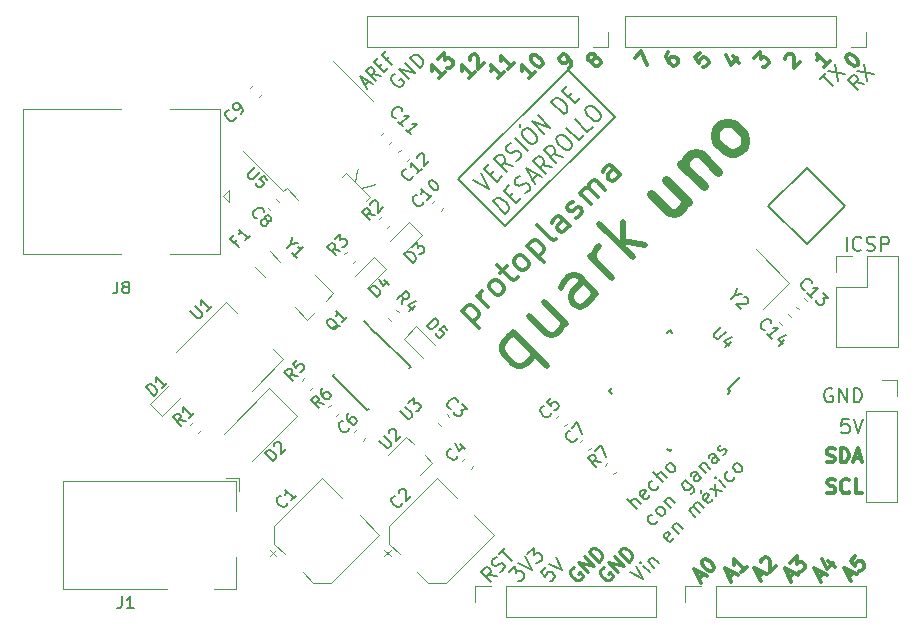
<source format=gbr>
G04 #@! TF.GenerationSoftware,KiCad,Pcbnew,(5.0.2)-1*
G04 #@! TF.CreationDate,2019-07-21T18:19:00-05:00*
G04 #@! TF.ProjectId,arduino_uno,61726475-696e-46f5-9f75-6e6f2e6b6963,rev?*
G04 #@! TF.SameCoordinates,Original*
G04 #@! TF.FileFunction,Legend,Top*
G04 #@! TF.FilePolarity,Positive*
%FSLAX46Y46*%
G04 Gerber Fmt 4.6, Leading zero omitted, Abs format (unit mm)*
G04 Created by KiCad (PCBNEW (5.0.2)-1) date 7/21/2019 6:19:00 PM*
%MOMM*%
%LPD*%
G01*
G04 APERTURE LIST*
%ADD10C,0.200000*%
%ADD11C,0.250000*%
%ADD12C,0.300000*%
%ADD13C,0.800000*%
%ADD14C,0.500000*%
%ADD15C,0.150000*%
%ADD16C,0.120000*%
G04 APERTURE END LIST*
D10*
X161598465Y-118368493D02*
X162729836Y-118934179D01*
X162164151Y-117802808D01*
X163295522Y-118368493D02*
X162729836Y-117802808D01*
X162446994Y-117519965D02*
X162446994Y-117600777D01*
X162527806Y-117600777D01*
X162527806Y-117519965D01*
X162446994Y-117519965D01*
X162527806Y-117600777D01*
X163133897Y-117398747D02*
X163699583Y-117964432D01*
X163214709Y-117479559D02*
X163214709Y-117398747D01*
X163255116Y-117277528D01*
X163376334Y-117156310D01*
X163497552Y-117115904D01*
X163618771Y-117156310D01*
X164063238Y-117600777D01*
D11*
X159433538Y-117947233D02*
X159312320Y-117987639D01*
X159191101Y-118108857D01*
X159110289Y-118270482D01*
X159110289Y-118432106D01*
X159150695Y-118553324D01*
X159271914Y-118755355D01*
X159393132Y-118876573D01*
X159595162Y-118997792D01*
X159716381Y-119038198D01*
X159878005Y-119038198D01*
X160039629Y-118957385D01*
X160120442Y-118876573D01*
X160201254Y-118714949D01*
X160201254Y-118634137D01*
X159918411Y-118351294D01*
X159756787Y-118512918D01*
X160645721Y-118351294D02*
X159797193Y-117502766D01*
X161130594Y-117866421D01*
X160282066Y-117017893D01*
X161534655Y-117462360D02*
X160686127Y-116613832D01*
X160888158Y-116411801D01*
X161049782Y-116330989D01*
X161211406Y-116330989D01*
X161332625Y-116371395D01*
X161534655Y-116492613D01*
X161655874Y-116613832D01*
X161777092Y-116815862D01*
X161817498Y-116937080D01*
X161817498Y-117098705D01*
X161736686Y-117260329D01*
X161534655Y-117462360D01*
X156893538Y-117947233D02*
X156772320Y-117987639D01*
X156651101Y-118108857D01*
X156570289Y-118270482D01*
X156570289Y-118432106D01*
X156610695Y-118553324D01*
X156731914Y-118755355D01*
X156853132Y-118876573D01*
X157055162Y-118997792D01*
X157176381Y-119038198D01*
X157338005Y-119038198D01*
X157499629Y-118957385D01*
X157580442Y-118876573D01*
X157661254Y-118714949D01*
X157661254Y-118634137D01*
X157378411Y-118351294D01*
X157216787Y-118512918D01*
X158105721Y-118351294D02*
X157257193Y-117502766D01*
X158590594Y-117866421D01*
X157742066Y-117017893D01*
X158994655Y-117462360D02*
X158146127Y-116613832D01*
X158348158Y-116411801D01*
X158509782Y-116330989D01*
X158671406Y-116330989D01*
X158792625Y-116371395D01*
X158994655Y-116492613D01*
X159115874Y-116613832D01*
X159237092Y-116815862D01*
X159277498Y-116937080D01*
X159277498Y-117098705D01*
X159196686Y-117260329D01*
X158994655Y-117462360D01*
D10*
X154503745Y-117906714D02*
X154099684Y-118310775D01*
X154463339Y-118755242D01*
X154463339Y-118674430D01*
X154503745Y-118553212D01*
X154705775Y-118351181D01*
X154826994Y-118310775D01*
X154907806Y-118310775D01*
X155029024Y-118351181D01*
X155231055Y-118553212D01*
X155271461Y-118674430D01*
X155271461Y-118755242D01*
X155231055Y-118876460D01*
X155029024Y-119078491D01*
X154907806Y-119118897D01*
X154826994Y-119118897D01*
X154786587Y-117623871D02*
X155917958Y-118189557D01*
X155352273Y-117058186D01*
X151415372Y-118328087D02*
X151940651Y-117802808D01*
X151981057Y-118408899D01*
X152102275Y-118287681D01*
X152223494Y-118247275D01*
X152304306Y-118247275D01*
X152425524Y-118287681D01*
X152627555Y-118489712D01*
X152667961Y-118610930D01*
X152667961Y-118691742D01*
X152627555Y-118812960D01*
X152385118Y-119055397D01*
X152263900Y-119095803D01*
X152183087Y-119095803D01*
X152183087Y-117560371D02*
X153314458Y-118126057D01*
X152748773Y-116994686D01*
X152950803Y-116792655D02*
X153476083Y-116267376D01*
X153516489Y-116873467D01*
X153637707Y-116752249D01*
X153758925Y-116711843D01*
X153839738Y-116711843D01*
X153960956Y-116752249D01*
X154162986Y-116954280D01*
X154203393Y-117075498D01*
X154203393Y-117156310D01*
X154162986Y-117277528D01*
X153920550Y-117519965D01*
X153799332Y-117560371D01*
X153718519Y-117560371D01*
X150353085Y-118674430D02*
X149666181Y-118553212D01*
X149868212Y-119159303D02*
X149019684Y-118310775D01*
X149342933Y-117987526D01*
X149464151Y-117947120D01*
X149544963Y-117947120D01*
X149666181Y-117987526D01*
X149787400Y-118108744D01*
X149827806Y-118229963D01*
X149827806Y-118310775D01*
X149787400Y-118431993D01*
X149464151Y-118755242D01*
X150635928Y-118310775D02*
X150797552Y-118229963D01*
X150999583Y-118027932D01*
X151039989Y-117906714D01*
X151039989Y-117825902D01*
X150999583Y-117704683D01*
X150918771Y-117623871D01*
X150797552Y-117583465D01*
X150716740Y-117583465D01*
X150595522Y-117623871D01*
X150393491Y-117745090D01*
X150272273Y-117785496D01*
X150191461Y-117785496D01*
X150070242Y-117745090D01*
X149989430Y-117664277D01*
X149949024Y-117543059D01*
X149949024Y-117462247D01*
X149989430Y-117341028D01*
X150191461Y-117138998D01*
X150353085Y-117058186D01*
X150555116Y-116775343D02*
X151039989Y-116290470D01*
X151646080Y-117381435D02*
X150797552Y-116532906D01*
X181440187Y-77010528D02*
X180753283Y-76889309D01*
X180955314Y-77495401D02*
X180106786Y-76646873D01*
X180430035Y-76323624D01*
X180551253Y-76283218D01*
X180632065Y-76283218D01*
X180753283Y-76323624D01*
X180874502Y-76444842D01*
X180914908Y-76566061D01*
X180914908Y-76646873D01*
X180874502Y-76768091D01*
X180551253Y-77091340D01*
X180874502Y-75879157D02*
X182288715Y-76162000D01*
X181440187Y-75313472D02*
X181723030Y-76727685D01*
X177711098Y-76566061D02*
X178195971Y-76081187D01*
X178802063Y-77172152D02*
X177953535Y-76323624D01*
X178398002Y-75879157D02*
X179812215Y-76162000D01*
X178963687Y-75313472D02*
X179246530Y-76727685D01*
X179965571Y-91157357D02*
X179965571Y-89957357D01*
X181222714Y-91043071D02*
X181165571Y-91100214D01*
X180994142Y-91157357D01*
X180879857Y-91157357D01*
X180708428Y-91100214D01*
X180594142Y-90985928D01*
X180537000Y-90871642D01*
X180479857Y-90643071D01*
X180479857Y-90471642D01*
X180537000Y-90243071D01*
X180594142Y-90128785D01*
X180708428Y-90014500D01*
X180879857Y-89957357D01*
X180994142Y-89957357D01*
X181165571Y-90014500D01*
X181222714Y-90071642D01*
X181679857Y-91100214D02*
X181851285Y-91157357D01*
X182137000Y-91157357D01*
X182251285Y-91100214D01*
X182308428Y-91043071D01*
X182365571Y-90928785D01*
X182365571Y-90814500D01*
X182308428Y-90700214D01*
X182251285Y-90643071D01*
X182137000Y-90585928D01*
X181908428Y-90528785D01*
X181794142Y-90471642D01*
X181737000Y-90414500D01*
X181679857Y-90300214D01*
X181679857Y-90185928D01*
X181737000Y-90071642D01*
X181794142Y-90014500D01*
X181908428Y-89957357D01*
X182194142Y-89957357D01*
X182365571Y-90014500D01*
X182879857Y-91157357D02*
X182879857Y-89957357D01*
X183337000Y-89957357D01*
X183451285Y-90014500D01*
X183508428Y-90071642D01*
X183565571Y-90185928D01*
X183565571Y-90357357D01*
X183508428Y-90471642D01*
X183451285Y-90528785D01*
X183337000Y-90585928D01*
X182879857Y-90585928D01*
X178737142Y-102841500D02*
X178622857Y-102784357D01*
X178451428Y-102784357D01*
X178280000Y-102841500D01*
X178165714Y-102955785D01*
X178108571Y-103070071D01*
X178051428Y-103298642D01*
X178051428Y-103470071D01*
X178108571Y-103698642D01*
X178165714Y-103812928D01*
X178280000Y-103927214D01*
X178451428Y-103984357D01*
X178565714Y-103984357D01*
X178737142Y-103927214D01*
X178794285Y-103870071D01*
X178794285Y-103470071D01*
X178565714Y-103470071D01*
X179308571Y-103984357D02*
X179308571Y-102784357D01*
X179994285Y-103984357D01*
X179994285Y-102784357D01*
X180565714Y-103984357D02*
X180565714Y-102784357D01*
X180851428Y-102784357D01*
X181022857Y-102841500D01*
X181137142Y-102955785D01*
X181194285Y-103070071D01*
X181251428Y-103298642D01*
X181251428Y-103470071D01*
X181194285Y-103698642D01*
X181137142Y-103812928D01*
X181022857Y-103927214D01*
X180851428Y-103984357D01*
X180565714Y-103984357D01*
X180165714Y-105387857D02*
X179594285Y-105387857D01*
X179537142Y-105959285D01*
X179594285Y-105902142D01*
X179708571Y-105845000D01*
X179994285Y-105845000D01*
X180108571Y-105902142D01*
X180165714Y-105959285D01*
X180222857Y-106073571D01*
X180222857Y-106359285D01*
X180165714Y-106473571D01*
X180108571Y-106530714D01*
X179994285Y-106587857D01*
X179708571Y-106587857D01*
X179594285Y-106530714D01*
X179537142Y-106473571D01*
X180565714Y-105387857D02*
X180965714Y-106587857D01*
X181365714Y-105387857D01*
D12*
X178329285Y-111610714D02*
X178500714Y-111667857D01*
X178786428Y-111667857D01*
X178900714Y-111610714D01*
X178957857Y-111553571D01*
X179015000Y-111439285D01*
X179015000Y-111325000D01*
X178957857Y-111210714D01*
X178900714Y-111153571D01*
X178786428Y-111096428D01*
X178557857Y-111039285D01*
X178443571Y-110982142D01*
X178386428Y-110925000D01*
X178329285Y-110810714D01*
X178329285Y-110696428D01*
X178386428Y-110582142D01*
X178443571Y-110525000D01*
X178557857Y-110467857D01*
X178843571Y-110467857D01*
X179015000Y-110525000D01*
X180215000Y-111553571D02*
X180157857Y-111610714D01*
X179986428Y-111667857D01*
X179872142Y-111667857D01*
X179700714Y-111610714D01*
X179586428Y-111496428D01*
X179529285Y-111382142D01*
X179472142Y-111153571D01*
X179472142Y-110982142D01*
X179529285Y-110753571D01*
X179586428Y-110639285D01*
X179700714Y-110525000D01*
X179872142Y-110467857D01*
X179986428Y-110467857D01*
X180157857Y-110525000D01*
X180215000Y-110582142D01*
X181300714Y-111667857D02*
X180729285Y-111667857D01*
X180729285Y-110467857D01*
X178272142Y-109007214D02*
X178443571Y-109064357D01*
X178729285Y-109064357D01*
X178843571Y-109007214D01*
X178900714Y-108950071D01*
X178957857Y-108835785D01*
X178957857Y-108721500D01*
X178900714Y-108607214D01*
X178843571Y-108550071D01*
X178729285Y-108492928D01*
X178500714Y-108435785D01*
X178386428Y-108378642D01*
X178329285Y-108321500D01*
X178272142Y-108207214D01*
X178272142Y-108092928D01*
X178329285Y-107978642D01*
X178386428Y-107921500D01*
X178500714Y-107864357D01*
X178786428Y-107864357D01*
X178957857Y-107921500D01*
X179472142Y-109064357D02*
X179472142Y-107864357D01*
X179757857Y-107864357D01*
X179929285Y-107921500D01*
X180043571Y-108035785D01*
X180100714Y-108150071D01*
X180157857Y-108378642D01*
X180157857Y-108550071D01*
X180100714Y-108778642D01*
X180043571Y-108892928D01*
X179929285Y-109007214D01*
X179757857Y-109064357D01*
X179472142Y-109064357D01*
X180615000Y-108721500D02*
X181186428Y-108721500D01*
X180500714Y-109064357D02*
X180900714Y-107864357D01*
X181300714Y-109064357D01*
X167445931Y-118904411D02*
X167849992Y-118500350D01*
X167607555Y-119227659D02*
X167041870Y-118096289D01*
X168173241Y-118661974D01*
X167769180Y-117368979D02*
X167849992Y-117288167D01*
X167971210Y-117247760D01*
X168052023Y-117247760D01*
X168173241Y-117288167D01*
X168375271Y-117409385D01*
X168577302Y-117611415D01*
X168698520Y-117813446D01*
X168738926Y-117934664D01*
X168738926Y-118015476D01*
X168698520Y-118136695D01*
X168617708Y-118217507D01*
X168496490Y-118257913D01*
X168415678Y-118257913D01*
X168294459Y-118217507D01*
X168092429Y-118096289D01*
X167890398Y-117894258D01*
X167769180Y-117692228D01*
X167728774Y-117571009D01*
X167728774Y-117490197D01*
X167769180Y-117368979D01*
X170049431Y-118840911D02*
X170453492Y-118436850D01*
X170211055Y-119164159D02*
X169645370Y-118032789D01*
X170776741Y-118598474D01*
X171504051Y-117871164D02*
X171019178Y-118356037D01*
X171261614Y-118113601D02*
X170413086Y-117265073D01*
X170453492Y-117467103D01*
X170453492Y-117628728D01*
X170413086Y-117749946D01*
X172525931Y-118777411D02*
X172929992Y-118373350D01*
X172687555Y-119100659D02*
X172121870Y-117969289D01*
X173253241Y-118534974D01*
X172727962Y-117524821D02*
X172727962Y-117444009D01*
X172768368Y-117322791D01*
X172970398Y-117120760D01*
X173091617Y-117080354D01*
X173172429Y-117080354D01*
X173293647Y-117120760D01*
X173374459Y-117201573D01*
X173455271Y-117363197D01*
X173455271Y-118332944D01*
X173980551Y-117807664D01*
X175129431Y-118840911D02*
X175533492Y-118436850D01*
X175291055Y-119164159D02*
X174725370Y-118032789D01*
X175856741Y-118598474D01*
X175210243Y-117547915D02*
X175735523Y-117022636D01*
X175775929Y-117628728D01*
X175897147Y-117507509D01*
X176018365Y-117467103D01*
X176099178Y-117467103D01*
X176220396Y-117507509D01*
X176422426Y-117709540D01*
X176462832Y-117830758D01*
X176462832Y-117911570D01*
X176422426Y-118032789D01*
X176179990Y-118275225D01*
X176058771Y-118315631D01*
X175977959Y-118315631D01*
X177605931Y-118840911D02*
X178009992Y-118436850D01*
X177767555Y-119164159D02*
X177201870Y-118032789D01*
X178333241Y-118598474D01*
X178414053Y-117386291D02*
X178979739Y-117951976D01*
X177888774Y-117265073D02*
X178292835Y-118073195D01*
X178818114Y-117547915D01*
X180145931Y-118777411D02*
X180549992Y-118373350D01*
X180307555Y-119100659D02*
X179741870Y-117969289D01*
X180873241Y-118534974D01*
X180711617Y-116999542D02*
X180307555Y-117403603D01*
X180671210Y-117848070D01*
X180671210Y-117767258D01*
X180711617Y-117646040D01*
X180913647Y-117444009D01*
X181034865Y-117403603D01*
X181115678Y-117403603D01*
X181236896Y-117444009D01*
X181438926Y-117646040D01*
X181479332Y-117767258D01*
X181479332Y-117848070D01*
X181438926Y-117969289D01*
X181236896Y-118171319D01*
X181115678Y-118211725D01*
X181034865Y-118211725D01*
X179991476Y-74603182D02*
X180072289Y-74522370D01*
X180193507Y-74481964D01*
X180274319Y-74481964D01*
X180395537Y-74522370D01*
X180597568Y-74643588D01*
X180799598Y-74845619D01*
X180920817Y-75047649D01*
X180961223Y-75168868D01*
X180961223Y-75249680D01*
X180920817Y-75370898D01*
X180840005Y-75451710D01*
X180718786Y-75492117D01*
X180637974Y-75492117D01*
X180516756Y-75451710D01*
X180314725Y-75330492D01*
X180112695Y-75128462D01*
X179991476Y-74926431D01*
X179951070Y-74805213D01*
X179951070Y-74724401D01*
X179991476Y-74603182D01*
X178582847Y-75105368D02*
X178097974Y-75590241D01*
X178340411Y-75347804D02*
X177491882Y-74499276D01*
X177532289Y-74701307D01*
X177532289Y-74862931D01*
X177491882Y-74984149D01*
X174790258Y-74886025D02*
X174790258Y-74805213D01*
X174830664Y-74683994D01*
X175032695Y-74481964D01*
X175153913Y-74441558D01*
X175234725Y-74441558D01*
X175355944Y-74481964D01*
X175436756Y-74562776D01*
X175517568Y-74724401D01*
X175517568Y-75694147D01*
X176042847Y-75168868D01*
X172129040Y-74845619D02*
X172654319Y-74320340D01*
X172694725Y-74926431D01*
X172815944Y-74805213D01*
X172937162Y-74764807D01*
X173017974Y-74764807D01*
X173139192Y-74805213D01*
X173341223Y-75007243D01*
X173381629Y-75128462D01*
X173381629Y-75209274D01*
X173341223Y-75330492D01*
X173098786Y-75572929D01*
X172977568Y-75613335D01*
X172896756Y-75613335D01*
X170316350Y-74683994D02*
X170882035Y-75249680D01*
X169791070Y-74562776D02*
X170195131Y-75370898D01*
X170720411Y-74845619D01*
X167533913Y-74360746D02*
X167129852Y-74764807D01*
X167493507Y-75209274D01*
X167493507Y-75128462D01*
X167533913Y-75007243D01*
X167735944Y-74805213D01*
X167857162Y-74764807D01*
X167937974Y-74764807D01*
X168059192Y-74805213D01*
X168261223Y-75007243D01*
X168301629Y-75128462D01*
X168301629Y-75209274D01*
X168261223Y-75330492D01*
X168059192Y-75532523D01*
X167937974Y-75572929D01*
X167857162Y-75572929D01*
X164890007Y-74337652D02*
X164728382Y-74499276D01*
X164687976Y-74620494D01*
X164687976Y-74701307D01*
X164728382Y-74903337D01*
X164849601Y-75105368D01*
X165172850Y-75428617D01*
X165294068Y-75469023D01*
X165374880Y-75469023D01*
X165496098Y-75428617D01*
X165657723Y-75266992D01*
X165698129Y-75145774D01*
X165698129Y-75064962D01*
X165657723Y-74943743D01*
X165455692Y-74741713D01*
X165334474Y-74701307D01*
X165253662Y-74701307D01*
X165132444Y-74741713D01*
X164970819Y-74903337D01*
X164930413Y-75024555D01*
X164930413Y-75105368D01*
X164970819Y-75226586D01*
X162032540Y-74782119D02*
X162598225Y-74216433D01*
X163083098Y-75428617D01*
X158470725Y-75007243D02*
X158349507Y-75047649D01*
X158268695Y-75047649D01*
X158147476Y-75007243D01*
X158107070Y-74966837D01*
X158066664Y-74845619D01*
X158066664Y-74764807D01*
X158107070Y-74643588D01*
X158268695Y-74481964D01*
X158389913Y-74441558D01*
X158470725Y-74441558D01*
X158591944Y-74481964D01*
X158632350Y-74522370D01*
X158672756Y-74643588D01*
X158672756Y-74724401D01*
X158632350Y-74845619D01*
X158470725Y-75007243D01*
X158430319Y-75128462D01*
X158430319Y-75209274D01*
X158470725Y-75330492D01*
X158632350Y-75492117D01*
X158753568Y-75532523D01*
X158834380Y-75532523D01*
X158955598Y-75492117D01*
X159117223Y-75330492D01*
X159157629Y-75209274D01*
X159157629Y-75128462D01*
X159117223Y-75007243D01*
X158955598Y-74845619D01*
X158834380Y-74805213D01*
X158753568Y-74805213D01*
X158632350Y-74845619D01*
X156461786Y-75636429D02*
X156623411Y-75474804D01*
X156663817Y-75353586D01*
X156663817Y-75272774D01*
X156623411Y-75070743D01*
X156502192Y-74868713D01*
X156178944Y-74545464D01*
X156057725Y-74505058D01*
X155976913Y-74505058D01*
X155855695Y-74545464D01*
X155694070Y-74707088D01*
X155653664Y-74828307D01*
X155653664Y-74909119D01*
X155694070Y-75030337D01*
X155896101Y-75232368D01*
X156017319Y-75272774D01*
X156098131Y-75272774D01*
X156219350Y-75232368D01*
X156380974Y-75070743D01*
X156421380Y-74949525D01*
X156421380Y-74868713D01*
X156380974Y-74747494D01*
X153581225Y-76040490D02*
X153096352Y-76525363D01*
X153338789Y-76282926D02*
X152490260Y-75434398D01*
X152530667Y-75636429D01*
X152530667Y-75798053D01*
X152490260Y-75919271D01*
X153257976Y-74666682D02*
X153338789Y-74585870D01*
X153460007Y-74545464D01*
X153540819Y-74545464D01*
X153662037Y-74585870D01*
X153864068Y-74707088D01*
X154066098Y-74909119D01*
X154187317Y-75111149D01*
X154227723Y-75232368D01*
X154227723Y-75313180D01*
X154187317Y-75434398D01*
X154106505Y-75515210D01*
X153985286Y-75555617D01*
X153904474Y-75555617D01*
X153783256Y-75515210D01*
X153581225Y-75393992D01*
X153379195Y-75191962D01*
X153257976Y-74989931D01*
X153217570Y-74868713D01*
X153217570Y-74787901D01*
X153257976Y-74666682D01*
X150977725Y-76040490D02*
X150492852Y-76525363D01*
X150735289Y-76282926D02*
X149886760Y-75434398D01*
X149927167Y-75636429D01*
X149927167Y-75798053D01*
X149886760Y-75919271D01*
X151785847Y-75232368D02*
X151300974Y-75717241D01*
X151543411Y-75474804D02*
X150694882Y-74626276D01*
X150735289Y-74828307D01*
X150735289Y-74989931D01*
X150694882Y-75111149D01*
X148501225Y-76040490D02*
X148016352Y-76525363D01*
X148258789Y-76282926D02*
X147410260Y-75434398D01*
X147450667Y-75636429D01*
X147450667Y-75798053D01*
X147410260Y-75919271D01*
X148056758Y-74949525D02*
X148056758Y-74868713D01*
X148097164Y-74747494D01*
X148299195Y-74545464D01*
X148420413Y-74505058D01*
X148501225Y-74505058D01*
X148622444Y-74545464D01*
X148703256Y-74626276D01*
X148784068Y-74787901D01*
X148784068Y-75757647D01*
X149309347Y-75232368D01*
X145961225Y-76040490D02*
X145476352Y-76525363D01*
X145718789Y-76282926D02*
X144870260Y-75434398D01*
X144910667Y-75636429D01*
X144910667Y-75798053D01*
X144870260Y-75919271D01*
X145395540Y-74909119D02*
X145920819Y-74383840D01*
X145961225Y-74989931D01*
X146082444Y-74868713D01*
X146203662Y-74828307D01*
X146284474Y-74828307D01*
X146405692Y-74868713D01*
X146607723Y-75070743D01*
X146648129Y-75191962D01*
X146648129Y-75272774D01*
X146607723Y-75393992D01*
X146365286Y-75636429D01*
X146244068Y-75676835D01*
X146163256Y-75676835D01*
D10*
X141752819Y-76156152D02*
X141631600Y-76196558D01*
X141510382Y-76317777D01*
X141429570Y-76479401D01*
X141429570Y-76641025D01*
X141469976Y-76762244D01*
X141591194Y-76964274D01*
X141712413Y-77085493D01*
X141914443Y-77206711D01*
X142035661Y-77247117D01*
X142197286Y-77247117D01*
X142358910Y-77166305D01*
X142439722Y-77085493D01*
X142520535Y-76923868D01*
X142520535Y-76843056D01*
X142237692Y-76560213D01*
X142076067Y-76721838D01*
X142965002Y-76560213D02*
X142116474Y-75711685D01*
X143449875Y-76075340D01*
X142601347Y-75226812D01*
X143853936Y-75671279D02*
X143005408Y-74822751D01*
X143207438Y-74620720D01*
X143369063Y-74539908D01*
X143530687Y-74539908D01*
X143651905Y-74580314D01*
X143853936Y-74701533D01*
X143975154Y-74822751D01*
X144096373Y-75024781D01*
X144136779Y-75146000D01*
X144136779Y-75307624D01*
X144055966Y-75469248D01*
X143853936Y-75671279D01*
X139230131Y-77143211D02*
X139566848Y-76806493D01*
X139405224Y-77452991D02*
X138792398Y-76368761D01*
X139876628Y-76981586D01*
X140516392Y-76341823D02*
X139876628Y-76173464D01*
X140112331Y-76745884D02*
X139263803Y-75897356D01*
X139533177Y-75627982D01*
X139640926Y-75601045D01*
X139715004Y-75607779D01*
X139829488Y-75654919D01*
X139950706Y-75776138D01*
X139997847Y-75890622D01*
X140004581Y-75964700D01*
X139977644Y-76072449D01*
X139708270Y-76341823D01*
X140374970Y-75594310D02*
X140610673Y-75358608D01*
X141156155Y-75702060D02*
X140819438Y-76038777D01*
X139970909Y-75190249D01*
X140307627Y-74853532D01*
X141250436Y-74718845D02*
X141014734Y-74954547D01*
X141459201Y-75399014D02*
X140610673Y-74550486D01*
X140947390Y-74213768D01*
X151094000Y-89055500D02*
X147094000Y-85055500D01*
X160344000Y-79805500D02*
X151094000Y-89055500D01*
X156344000Y-75805500D02*
X160344000Y-79805500D01*
X147094000Y-85055500D02*
X156344000Y-75805500D01*
X148369814Y-85135597D02*
X149736887Y-85889844D01*
X148982640Y-84522771D01*
X149794129Y-84721435D02*
X150100542Y-84415022D01*
X150787446Y-84839286D02*
X150349713Y-85277019D01*
X149289053Y-84216358D01*
X149726786Y-83778626D01*
X151706685Y-83920047D02*
X150895196Y-83721384D01*
X151181406Y-84445326D02*
X150120745Y-83384666D01*
X150470932Y-83034480D01*
X150608986Y-82997441D01*
X150703267Y-83004175D01*
X150848055Y-83061417D01*
X150999578Y-83212940D01*
X151056820Y-83357729D01*
X151063554Y-83452010D01*
X151026516Y-83590064D01*
X150676329Y-83940250D01*
X152006363Y-83519353D02*
X152188191Y-83438541D01*
X152407057Y-83219675D01*
X152444096Y-83081620D01*
X152437362Y-82987340D01*
X152380120Y-82842551D01*
X152279105Y-82741536D01*
X152134316Y-82684294D01*
X152040035Y-82677559D01*
X151901981Y-82714598D01*
X151676380Y-82839184D01*
X151538326Y-82876223D01*
X151444045Y-82869488D01*
X151299257Y-82812246D01*
X151198241Y-82711231D01*
X151140999Y-82566443D01*
X151134265Y-82472162D01*
X151171304Y-82334108D01*
X151390170Y-82115241D01*
X151571998Y-82034429D01*
X152976110Y-82650622D02*
X151915450Y-81589962D01*
X152528276Y-80977136D02*
X152703369Y-80802043D01*
X152841423Y-80765004D01*
X153029985Y-80778473D01*
X153275789Y-80936730D01*
X153629342Y-81290283D01*
X153787599Y-81536087D01*
X153801068Y-81724649D01*
X153764029Y-81862703D01*
X153588936Y-82037796D01*
X153450882Y-82074835D01*
X153262320Y-82061366D01*
X153016516Y-81903109D01*
X152662963Y-81549556D01*
X152504705Y-81303752D01*
X152491237Y-81115190D01*
X152528276Y-80977136D01*
X152299308Y-80397982D02*
X152319511Y-80680825D01*
X154376855Y-81249877D02*
X153316195Y-80189217D01*
X154902134Y-80724598D01*
X153841474Y-79663938D01*
X156040239Y-79586493D02*
X154979579Y-78525832D01*
X155198446Y-78306966D01*
X155380273Y-78226154D01*
X155568835Y-78239623D01*
X155713623Y-78296865D01*
X155959427Y-78455122D01*
X156110950Y-78606645D01*
X156269207Y-78852448D01*
X156326449Y-78997237D01*
X156339918Y-79185799D01*
X156259106Y-79367626D01*
X156040239Y-79586493D01*
X156403894Y-78111670D02*
X156710307Y-77805257D01*
X157397211Y-78229521D02*
X156959478Y-78667254D01*
X155898818Y-77606594D01*
X156336551Y-77168861D01*
X151075340Y-88016216D02*
X150014680Y-86955556D01*
X150233546Y-86736689D01*
X150415374Y-86655877D01*
X150603935Y-86669346D01*
X150748724Y-86726588D01*
X150994528Y-86884845D01*
X151146051Y-87036368D01*
X151304308Y-87282172D01*
X151361550Y-87426960D01*
X151375019Y-87615522D01*
X151294206Y-87797350D01*
X151075340Y-88016216D01*
X151438995Y-86541393D02*
X151745408Y-86234980D01*
X152432312Y-86659244D02*
X151994579Y-87096977D01*
X150933919Y-86036317D01*
X151371651Y-85598584D01*
X152731990Y-86258551D02*
X152913818Y-86177738D01*
X153132684Y-85958872D01*
X153169723Y-85820818D01*
X153162989Y-85726537D01*
X153105747Y-85581748D01*
X153004731Y-85480733D01*
X152859943Y-85423491D01*
X152765662Y-85416757D01*
X152627608Y-85453796D01*
X152402007Y-85578381D01*
X152263953Y-85615420D01*
X152169672Y-85608686D01*
X152024883Y-85551444D01*
X151923868Y-85450429D01*
X151866626Y-85305640D01*
X151859892Y-85211359D01*
X151896931Y-85073305D01*
X152115797Y-84854439D01*
X152297625Y-84773626D01*
X153354918Y-85130547D02*
X153792650Y-84692814D01*
X153570417Y-85521139D02*
X152816169Y-84154066D01*
X154183243Y-84908313D01*
X155014935Y-84076621D02*
X154203446Y-83877958D01*
X154489656Y-84601900D02*
X153428995Y-83541240D01*
X153779182Y-83191054D01*
X153917236Y-83154015D01*
X154011517Y-83160749D01*
X154156305Y-83217991D01*
X154307828Y-83369514D01*
X154365070Y-83514303D01*
X154371804Y-83608584D01*
X154334765Y-83746638D01*
X153984579Y-84096824D01*
X155934174Y-83157382D02*
X155122684Y-82958719D01*
X155408894Y-83682662D02*
X154348234Y-82622001D01*
X154698420Y-82271815D01*
X154836475Y-82234776D01*
X154930755Y-82241511D01*
X155075544Y-82298753D01*
X155227067Y-82450275D01*
X155284309Y-82595064D01*
X155291043Y-82689345D01*
X155254004Y-82827399D01*
X154903818Y-83177585D01*
X155442566Y-81527669D02*
X155617659Y-81352576D01*
X155755713Y-81315537D01*
X155944275Y-81329006D01*
X156190079Y-81487263D01*
X156543632Y-81840817D01*
X156701890Y-82086621D01*
X156715358Y-82275182D01*
X156678319Y-82413237D01*
X156503226Y-82588330D01*
X156365172Y-82625369D01*
X156176610Y-82611900D01*
X155930806Y-82453643D01*
X155577253Y-82100089D01*
X155418996Y-81854285D01*
X155405527Y-81665724D01*
X155442566Y-81527669D01*
X157728878Y-81362678D02*
X157291145Y-81800411D01*
X156230485Y-80739750D01*
X158473024Y-80618532D02*
X158035291Y-81056265D01*
X156974631Y-79995605D01*
X157893870Y-79076366D02*
X158068963Y-78901273D01*
X158207017Y-78864234D01*
X158395579Y-78877703D01*
X158641382Y-79035960D01*
X158994936Y-79389513D01*
X159153193Y-79635317D01*
X159166662Y-79823879D01*
X159129623Y-79961933D01*
X158954530Y-80137026D01*
X158816476Y-80174065D01*
X158627914Y-80160596D01*
X158382110Y-80002339D01*
X158028557Y-79648786D01*
X157870299Y-79402982D01*
X157856831Y-79214420D01*
X157893870Y-79076366D01*
X162204598Y-112975689D02*
X161356070Y-112127161D01*
X162568253Y-112612034D02*
X162123786Y-112167567D01*
X162002567Y-112127161D01*
X161881349Y-112167567D01*
X161760131Y-112288785D01*
X161719725Y-112410004D01*
X161719725Y-112490816D01*
X163255157Y-111844318D02*
X163214750Y-111965537D01*
X163053126Y-112127161D01*
X162931908Y-112167567D01*
X162810689Y-112127161D01*
X162487441Y-111803912D01*
X162447034Y-111682694D01*
X162487441Y-111561476D01*
X162649065Y-111399851D01*
X162770283Y-111359445D01*
X162891502Y-111399851D01*
X162972314Y-111480663D01*
X162649065Y-111965537D01*
X164022872Y-111076602D02*
X163982466Y-111197821D01*
X163820842Y-111359445D01*
X163699624Y-111399851D01*
X163618811Y-111399851D01*
X163497593Y-111359445D01*
X163255157Y-111117008D01*
X163214750Y-110995790D01*
X163214750Y-110914978D01*
X163255157Y-110793760D01*
X163416781Y-110632135D01*
X163537999Y-110591729D01*
X164426933Y-110753353D02*
X163578405Y-109904825D01*
X164790588Y-110389699D02*
X164346121Y-109945231D01*
X164224903Y-109904825D01*
X164103685Y-109945231D01*
X163982466Y-110066450D01*
X163942060Y-110187668D01*
X163942060Y-110268480D01*
X165315868Y-109864419D02*
X165194649Y-109904825D01*
X165113837Y-109904825D01*
X164992619Y-109864419D01*
X164750182Y-109621983D01*
X164709776Y-109500764D01*
X164709776Y-109419952D01*
X164750182Y-109298734D01*
X164871401Y-109177516D01*
X164992619Y-109137109D01*
X165073431Y-109137109D01*
X165194649Y-109177516D01*
X165437086Y-109419952D01*
X165477492Y-109541170D01*
X165477492Y-109621983D01*
X165437086Y-109743201D01*
X165315868Y-109864419D01*
X163942061Y-113985842D02*
X163901655Y-114107060D01*
X163740030Y-114268685D01*
X163618812Y-114309091D01*
X163538000Y-114309091D01*
X163416781Y-114268685D01*
X163174345Y-114026248D01*
X163133939Y-113905030D01*
X163133939Y-113824218D01*
X163174345Y-113702999D01*
X163335969Y-113541375D01*
X163457187Y-113500969D01*
X164467340Y-113541375D02*
X164346122Y-113581781D01*
X164265309Y-113581781D01*
X164144091Y-113541375D01*
X163901655Y-113298938D01*
X163861248Y-113177720D01*
X163861248Y-113096908D01*
X163901655Y-112975690D01*
X164022873Y-112854471D01*
X164144091Y-112814065D01*
X164224903Y-112814065D01*
X164346122Y-112854471D01*
X164588558Y-113096908D01*
X164628964Y-113218126D01*
X164628964Y-113298938D01*
X164588558Y-113420157D01*
X164467340Y-113541375D01*
X164548152Y-112329192D02*
X165113838Y-112894877D01*
X164628964Y-112410004D02*
X164628964Y-112329192D01*
X164669371Y-112207974D01*
X164790589Y-112086755D01*
X164911807Y-112046349D01*
X165033025Y-112086755D01*
X165477493Y-112531222D01*
X166326021Y-110551323D02*
X167012924Y-111238227D01*
X167053331Y-111359445D01*
X167053331Y-111440258D01*
X167012924Y-111561476D01*
X166891706Y-111682694D01*
X166770488Y-111723100D01*
X166851300Y-111076603D02*
X166810894Y-111197821D01*
X166649269Y-111359445D01*
X166528051Y-111399852D01*
X166447239Y-111399852D01*
X166326021Y-111359445D01*
X166083584Y-111117009D01*
X166043178Y-110995791D01*
X166043178Y-110914978D01*
X166083584Y-110793760D01*
X166245208Y-110632136D01*
X166366427Y-110591730D01*
X167659422Y-110349293D02*
X167214955Y-109904826D01*
X167093737Y-109864420D01*
X166972518Y-109904826D01*
X166810894Y-110066450D01*
X166770488Y-110187668D01*
X167619016Y-110308887D02*
X167578610Y-110430105D01*
X167376579Y-110632136D01*
X167255361Y-110672542D01*
X167134143Y-110632136D01*
X167053331Y-110551323D01*
X167012924Y-110430105D01*
X167053331Y-110308887D01*
X167255361Y-110106856D01*
X167295767Y-109985638D01*
X167497798Y-109379546D02*
X168063483Y-109945232D01*
X167578610Y-109460359D02*
X167578610Y-109379546D01*
X167619016Y-109258328D01*
X167740234Y-109137110D01*
X167861453Y-109096704D01*
X167982671Y-109137110D01*
X168427138Y-109581577D01*
X169194854Y-108813861D02*
X168750387Y-108369394D01*
X168629168Y-108328988D01*
X168507950Y-108369394D01*
X168346326Y-108531018D01*
X168305920Y-108652237D01*
X169154448Y-108773455D02*
X169114042Y-108894673D01*
X168912011Y-109096704D01*
X168790793Y-109137110D01*
X168669575Y-109096704D01*
X168588762Y-109015892D01*
X168548356Y-108894673D01*
X168588762Y-108773455D01*
X168790793Y-108571424D01*
X168831199Y-108450206D01*
X169518103Y-108409800D02*
X169639321Y-108369394D01*
X169800945Y-108207770D01*
X169841352Y-108086551D01*
X169800945Y-107965333D01*
X169760539Y-107924927D01*
X169639321Y-107884521D01*
X169518103Y-107924927D01*
X169396884Y-108046145D01*
X169275666Y-108086551D01*
X169154448Y-108046145D01*
X169114042Y-108005739D01*
X169073636Y-107884521D01*
X169114042Y-107763302D01*
X169235260Y-107642084D01*
X169356478Y-107601678D01*
X165315869Y-115440462D02*
X165275462Y-115561680D01*
X165113838Y-115723305D01*
X164992620Y-115763711D01*
X164871401Y-115723305D01*
X164548153Y-115400056D01*
X164507747Y-115278838D01*
X164548153Y-115157619D01*
X164709777Y-114995995D01*
X164830995Y-114955589D01*
X164952214Y-114995995D01*
X165033026Y-115076807D01*
X164709777Y-115561680D01*
X165194650Y-114511122D02*
X165760336Y-115076807D01*
X165275462Y-114591934D02*
X165275462Y-114511122D01*
X165315869Y-114389904D01*
X165437087Y-114268685D01*
X165558305Y-114228279D01*
X165679523Y-114268685D01*
X166123991Y-114713152D01*
X167174549Y-113662594D02*
X166608864Y-113096908D01*
X166689676Y-113177720D02*
X166689676Y-113096908D01*
X166730082Y-112975690D01*
X166851300Y-112854472D01*
X166972519Y-112814066D01*
X167093737Y-112854472D01*
X167538204Y-113298939D01*
X167093737Y-112854472D02*
X167053331Y-112733253D01*
X167093737Y-112612035D01*
X167214955Y-112490817D01*
X167336174Y-112450411D01*
X167457392Y-112490817D01*
X167901859Y-112935284D01*
X168588763Y-112167568D02*
X168548357Y-112288786D01*
X168386732Y-112450411D01*
X168265514Y-112490817D01*
X168144296Y-112450411D01*
X167821047Y-112127162D01*
X167780641Y-112005944D01*
X167821047Y-111884725D01*
X167982671Y-111723101D01*
X168103890Y-111682695D01*
X168225108Y-111723101D01*
X168305920Y-111803913D01*
X167982671Y-112288786D01*
X167659422Y-111399852D02*
X167659422Y-111642289D01*
X168952418Y-111884725D02*
X168831199Y-110874573D01*
X168386732Y-111319040D02*
X169396885Y-111440258D01*
X169720134Y-111117009D02*
X169154448Y-110551324D01*
X168871606Y-110268481D02*
X168871606Y-110349293D01*
X168952418Y-110349293D01*
X168952418Y-110268481D01*
X168871606Y-110268481D01*
X168952418Y-110349293D01*
X170447443Y-110308887D02*
X170407037Y-110430106D01*
X170245413Y-110591730D01*
X170124195Y-110632136D01*
X170043382Y-110632136D01*
X169922164Y-110591730D01*
X169679728Y-110349293D01*
X169639321Y-110228075D01*
X169639321Y-110147263D01*
X169679728Y-110026045D01*
X169841352Y-109864420D01*
X169962570Y-109824014D01*
X170972723Y-109864420D02*
X170851505Y-109904826D01*
X170770692Y-109904826D01*
X170649474Y-109864420D01*
X170407037Y-109621984D01*
X170366631Y-109500765D01*
X170366631Y-109419953D01*
X170407037Y-109298735D01*
X170528256Y-109177516D01*
X170649474Y-109137110D01*
X170730286Y-109137110D01*
X170851505Y-109177516D01*
X171093941Y-109419953D01*
X171134347Y-109541171D01*
X171134347Y-109621984D01*
X171093941Y-109743202D01*
X170972723Y-109864420D01*
D12*
X147421557Y-96222350D02*
X148835771Y-97636564D01*
X147488901Y-96289694D02*
X147556244Y-96087663D01*
X147825618Y-95818289D01*
X148027649Y-95750946D01*
X148162336Y-95750946D01*
X148364366Y-95818289D01*
X148768427Y-96222350D01*
X148835771Y-96424381D01*
X148835771Y-96559068D01*
X148768427Y-96761098D01*
X148499053Y-97030472D01*
X148297023Y-97097816D01*
X149643893Y-95885633D02*
X148701084Y-94942824D01*
X148970458Y-95212198D02*
X148903114Y-95010167D01*
X148903114Y-94875480D01*
X148970458Y-94673450D01*
X149105145Y-94538763D01*
X150721389Y-94808137D02*
X150519358Y-94875480D01*
X150384671Y-94875480D01*
X150182641Y-94808137D01*
X149778580Y-94404076D01*
X149711236Y-94202045D01*
X149711236Y-94067358D01*
X149778580Y-93865328D01*
X149980610Y-93663297D01*
X150182641Y-93595954D01*
X150317328Y-93595954D01*
X150519358Y-93663297D01*
X150923419Y-94067358D01*
X150990763Y-94269389D01*
X150990763Y-94404076D01*
X150923419Y-94606106D01*
X150721389Y-94808137D01*
X150654045Y-92989862D02*
X151192793Y-92451114D01*
X150384671Y-92316427D02*
X151596854Y-93528610D01*
X151798885Y-93595954D01*
X152000915Y-93528610D01*
X152135602Y-93393923D01*
X152809037Y-92720488D02*
X152607007Y-92787832D01*
X152472320Y-92787832D01*
X152270289Y-92720488D01*
X151866228Y-92316427D01*
X151798885Y-92114397D01*
X151798885Y-91979710D01*
X151866228Y-91777679D01*
X152068259Y-91575649D01*
X152270289Y-91508305D01*
X152404976Y-91508305D01*
X152607007Y-91575649D01*
X153011068Y-91979710D01*
X153078411Y-92181740D01*
X153078411Y-92316427D01*
X153011068Y-92518458D01*
X152809037Y-92720488D01*
X152943724Y-90700183D02*
X154357938Y-92114397D01*
X153011068Y-90767527D02*
X153078411Y-90565496D01*
X153347785Y-90296122D01*
X153549816Y-90228779D01*
X153684503Y-90228779D01*
X153886533Y-90296122D01*
X154290594Y-90700183D01*
X154357938Y-90902214D01*
X154357938Y-91036901D01*
X154290594Y-91238931D01*
X154021220Y-91508305D01*
X153819190Y-91575649D01*
X155368090Y-90161435D02*
X155166060Y-90228779D01*
X154964029Y-90161435D01*
X153751846Y-88949252D01*
X156512930Y-89016596D02*
X155772151Y-88275817D01*
X155570121Y-88208474D01*
X155368090Y-88275817D01*
X155098716Y-88545191D01*
X155031373Y-88747222D01*
X156445586Y-88949252D02*
X156378243Y-89151283D01*
X156041525Y-89488000D01*
X155839495Y-89555344D01*
X155637464Y-89488000D01*
X155502777Y-89353313D01*
X155435434Y-89151283D01*
X155502777Y-88949252D01*
X155839495Y-88612535D01*
X155906838Y-88410504D01*
X157051678Y-88343161D02*
X157253709Y-88275817D01*
X157523083Y-88006443D01*
X157590426Y-87804413D01*
X157523083Y-87602382D01*
X157455739Y-87535039D01*
X157253709Y-87467695D01*
X157051678Y-87535039D01*
X156849647Y-87737069D01*
X156647617Y-87804413D01*
X156445586Y-87737069D01*
X156378243Y-87669726D01*
X156310899Y-87467695D01*
X156378243Y-87265665D01*
X156580273Y-87063634D01*
X156782304Y-86996290D01*
X158331205Y-87198321D02*
X157388396Y-86255512D01*
X157523083Y-86390199D02*
X157523083Y-86255512D01*
X157590426Y-86053481D01*
X157792457Y-85851451D01*
X157994487Y-85784107D01*
X158196518Y-85851451D01*
X158937296Y-86592229D01*
X158196518Y-85851451D02*
X158129174Y-85649420D01*
X158196518Y-85447390D01*
X158398548Y-85245359D01*
X158600579Y-85178016D01*
X158802609Y-85245359D01*
X159543388Y-85986138D01*
X160822914Y-84706611D02*
X160082136Y-83965833D01*
X159880105Y-83898489D01*
X159678075Y-83965833D01*
X159408701Y-84235207D01*
X159341357Y-84437237D01*
X160755571Y-84639268D02*
X160688227Y-84841298D01*
X160351510Y-85178016D01*
X160149479Y-85245359D01*
X159947449Y-85178016D01*
X159812762Y-85043329D01*
X159745418Y-84841298D01*
X159812762Y-84639268D01*
X160149479Y-84302550D01*
X160216823Y-84100520D01*
D13*
X164647222Y-85140594D02*
X166532840Y-87026212D01*
X163435039Y-86352777D02*
X164916596Y-87834334D01*
X165320657Y-87969021D01*
X165724718Y-87834334D01*
X166128779Y-87430273D01*
X166263466Y-87026212D01*
X166263466Y-86756838D01*
X165994092Y-83793724D02*
X167879710Y-85679342D01*
X166263466Y-84063098D02*
X166263466Y-83793724D01*
X166398153Y-83389663D01*
X166802214Y-82985602D01*
X167206275Y-82850915D01*
X167610336Y-82985602D01*
X169091893Y-84467159D01*
X170842824Y-82716228D02*
X170438763Y-82850915D01*
X170169389Y-82850915D01*
X169765328Y-82716228D01*
X168957206Y-81908106D01*
X168822519Y-81504045D01*
X168822519Y-81234671D01*
X168957206Y-80830610D01*
X169361267Y-80426549D01*
X169765328Y-80291862D01*
X170034702Y-80291862D01*
X170438763Y-80426549D01*
X171246885Y-81234671D01*
X171381572Y-81638732D01*
X171381572Y-81908106D01*
X171246885Y-82312167D01*
X170842824Y-82716228D01*
D14*
X151759336Y-98028480D02*
X154587763Y-100856907D01*
X153510267Y-99779411D02*
X153375580Y-100183472D01*
X152836832Y-100722220D01*
X152432771Y-100856907D01*
X152163397Y-100856907D01*
X151759336Y-100722220D01*
X150951214Y-99914098D01*
X150816527Y-99510037D01*
X150816527Y-99240663D01*
X150951214Y-98836602D01*
X151489962Y-98297854D01*
X151894023Y-98163167D01*
X154318389Y-95469427D02*
X156204007Y-97355045D01*
X153106206Y-96681610D02*
X154587763Y-98163167D01*
X154991824Y-98297854D01*
X155395885Y-98163167D01*
X155799946Y-97759106D01*
X155934633Y-97355045D01*
X155934633Y-97085671D01*
X158763060Y-94795992D02*
X157281503Y-93314435D01*
X156877442Y-93179748D01*
X156473381Y-93314435D01*
X155934633Y-93853183D01*
X155799946Y-94257244D01*
X158628373Y-94661305D02*
X158493686Y-95065366D01*
X157820251Y-95738801D01*
X157416190Y-95873488D01*
X157012129Y-95738801D01*
X156742755Y-95469427D01*
X156608068Y-95065366D01*
X156742755Y-94661305D01*
X157416190Y-93987870D01*
X157550877Y-93583809D01*
X160109930Y-93449122D02*
X158224312Y-91563504D01*
X158763060Y-92102252D02*
X158628373Y-91698191D01*
X158628373Y-91428817D01*
X158763060Y-91024756D01*
X159032434Y-90755382D01*
X161860861Y-91698191D02*
X159032434Y-88869764D01*
X161052739Y-90351321D02*
X162938357Y-90620695D01*
X161052739Y-88735077D02*
X161052739Y-90890069D01*
D15*
G04 #@! TO.C,U3*
X140117053Y-98057953D02*
X140081698Y-98093309D01*
X143051547Y-100992447D02*
X142949016Y-101094977D01*
X139409947Y-104634047D02*
X139512477Y-104531516D01*
X136475453Y-101699553D02*
X136577984Y-101597023D01*
X140117053Y-98057953D02*
X143051547Y-100992447D01*
X136475453Y-101699553D02*
X139409947Y-104634047D01*
X140081698Y-98093309D02*
X139091749Y-97103359D01*
D16*
G04 #@! TO.C,U5*
X132278680Y-86115433D02*
X132561522Y-85832590D01*
X132561522Y-85832590D02*
X133551472Y-86822540D01*
X132278680Y-86115433D02*
X128884567Y-82721320D01*
X139915433Y-78478680D02*
X136521320Y-75084567D01*
G04 #@! TO.C,C1*
X131128334Y-116463560D02*
X131685180Y-117020407D01*
X131128334Y-117020407D02*
X131685180Y-116463560D01*
X134819829Y-119258798D02*
X136325171Y-119258798D01*
X131502702Y-115941671D02*
X131502702Y-114436329D01*
X131502702Y-115941671D02*
X132411733Y-116850701D01*
X134819829Y-119258798D02*
X133910799Y-118349767D01*
X136325171Y-119258798D02*
X140394968Y-115189000D01*
X131502702Y-114436329D02*
X135572500Y-110366532D01*
X135572500Y-110366532D02*
X137234201Y-112028233D01*
X140394968Y-115189000D02*
X138733267Y-113527299D01*
G04 #@! TO.C,C2*
X150110468Y-115189000D02*
X148448767Y-113527299D01*
X145288000Y-110366532D02*
X146949701Y-112028233D01*
X141218202Y-114436329D02*
X145288000Y-110366532D01*
X146040671Y-119258798D02*
X150110468Y-115189000D01*
X144535329Y-119258798D02*
X143626299Y-118349767D01*
X141218202Y-115941671D02*
X142127233Y-116850701D01*
X141218202Y-115941671D02*
X141218202Y-114436329D01*
X144535329Y-119258798D02*
X146040671Y-119258798D01*
X140843834Y-117020407D02*
X141400680Y-116463560D01*
X140843834Y-116463560D02*
X141400680Y-117020407D01*
G04 #@! TO.C,C3*
X146335227Y-105227978D02*
X146105022Y-104997773D01*
X145613978Y-105949227D02*
X145383773Y-105719022D01*
G04 #@! TO.C,C4*
X148151675Y-109617574D02*
X148381880Y-109387369D01*
X147430426Y-108896325D02*
X147660631Y-108666120D01*
G04 #@! TO.C,C5*
X156304727Y-105782522D02*
X156074522Y-106012727D01*
X155583478Y-105061273D02*
X155353273Y-105291478D01*
G04 #@! TO.C,C6*
X139223227Y-106989022D02*
X138993022Y-107219227D01*
X138501978Y-106267773D02*
X138271773Y-106497978D01*
G04 #@! TO.C,C7*
X158351380Y-107799869D02*
X158121175Y-108030074D01*
X157630131Y-107078620D02*
X157399926Y-107308825D01*
G04 #@! TO.C,C8*
X130954620Y-87479869D02*
X131184825Y-87710074D01*
X131675869Y-86758620D02*
X131906074Y-86988825D01*
G04 #@! TO.C,C9*
X129724325Y-77135926D02*
X129494120Y-77366131D01*
X130445574Y-77857175D02*
X130215369Y-78087380D01*
G04 #@! TO.C,C10*
X144875773Y-87066978D02*
X145105978Y-86836773D01*
X145597022Y-87788227D02*
X145827227Y-87558022D01*
G04 #@! TO.C,C11*
X140543120Y-81351978D02*
X140773325Y-81121773D01*
X141264369Y-82073227D02*
X141494574Y-81843022D01*
G04 #@! TO.C,C12*
X142018273Y-82812478D02*
X142248478Y-82582273D01*
X142739522Y-83533727D02*
X142969727Y-83303522D01*
G04 #@! TO.C,C13*
X175673273Y-95876522D02*
X175903478Y-96106727D01*
X176394522Y-95155273D02*
X176624727Y-95385478D01*
G04 #@! TO.C,C14*
X174276273Y-97210022D02*
X174506478Y-97440227D01*
X174997522Y-96488773D02*
X175227727Y-96718978D01*
G04 #@! TO.C,D1*
X122024670Y-105138277D02*
X123640409Y-103522538D01*
X120985223Y-104098830D02*
X122024670Y-105138277D01*
X122600962Y-102483091D02*
X120985223Y-104098830D01*
G04 #@! TO.C,D2*
X133428389Y-105125063D02*
X131094937Y-102791611D01*
X131094937Y-102791611D02*
X127276560Y-106609987D01*
X133428389Y-105125063D02*
X129610013Y-108943440D01*
G04 #@! TO.C,D3*
X142384538Y-91382409D02*
X144000277Y-89766670D01*
X144000277Y-89766670D02*
X142960830Y-88727223D01*
X142960830Y-88727223D02*
X141345091Y-90342962D01*
G04 #@! TO.C,D4*
X139976330Y-91648223D02*
X138360591Y-93263962D01*
X141015777Y-92687670D02*
X139976330Y-91648223D01*
X139400038Y-94303409D02*
X141015777Y-92687670D01*
G04 #@! TO.C,D5*
X145152256Y-99154809D02*
X143536517Y-97539070D01*
X143536517Y-97539070D02*
X142497070Y-98578517D01*
X142497070Y-98578517D02*
X144112809Y-100194256D01*
G04 #@! TO.C,F1*
X130719256Y-93334691D02*
X129867809Y-92483244D01*
X132006191Y-92047756D02*
X131154744Y-91196309D01*
G04 #@! TO.C,J1*
X128300000Y-110600000D02*
X128300000Y-113200000D01*
X113600000Y-110600000D02*
X128300000Y-110600000D01*
X128300000Y-119800000D02*
X126400000Y-119800000D01*
X128300000Y-117100000D02*
X128300000Y-119800000D01*
X113600000Y-119800000D02*
X113600000Y-110600000D01*
X122400000Y-119800000D02*
X113600000Y-119800000D01*
X127450000Y-110400000D02*
X128500000Y-110400000D01*
X128500000Y-111450000D02*
X128500000Y-110400000D01*
G04 #@! TO.C,J2*
X179108100Y-99303600D02*
X184308100Y-99303600D01*
X179108100Y-94163600D02*
X179108100Y-99303600D01*
X184308100Y-91563600D02*
X184308100Y-99303600D01*
X179108100Y-94163600D02*
X181708100Y-94163600D01*
X181708100Y-94163600D02*
X181708100Y-91563600D01*
X181708100Y-91563600D02*
X184308100Y-91563600D01*
X179108100Y-92893600D02*
X179108100Y-91563600D01*
X179108100Y-91563600D02*
X180438100Y-91563600D01*
G04 #@! TO.C,J3*
X148501100Y-120833600D02*
X148501100Y-119503600D01*
X148501100Y-119503600D02*
X149831100Y-119503600D01*
X151101100Y-119503600D02*
X163861100Y-119503600D01*
X163861100Y-122163600D02*
X163861100Y-119503600D01*
X151101100Y-122163600D02*
X163861100Y-122163600D01*
X151101100Y-122163600D02*
X151101100Y-119503600D01*
G04 #@! TO.C,J5*
X157197100Y-71243600D02*
X157197100Y-73903600D01*
X157197100Y-71243600D02*
X139357100Y-71243600D01*
X139357100Y-71243600D02*
X139357100Y-73903600D01*
X157197100Y-73903600D02*
X139357100Y-73903600D01*
X159797100Y-73903600D02*
X158467100Y-73903600D01*
X159797100Y-72573600D02*
X159797100Y-73903600D01*
G04 #@! TO.C,J6*
X181613500Y-104711500D02*
X184273500Y-104711500D01*
X181613500Y-104711500D02*
X181613500Y-112391500D01*
X181613500Y-112391500D02*
X184273500Y-112391500D01*
X184273500Y-104711500D02*
X184273500Y-112391500D01*
X184273500Y-102111500D02*
X184273500Y-103441500D01*
X182943500Y-102111500D02*
X184273500Y-102111500D01*
G04 #@! TO.C,J7*
X168881100Y-122163600D02*
X168881100Y-119503600D01*
X168881100Y-122163600D02*
X181641100Y-122163600D01*
X181641100Y-122163600D02*
X181641100Y-119503600D01*
X168881100Y-119503600D02*
X181641100Y-119503600D01*
X166281100Y-119503600D02*
X167611100Y-119503600D01*
X166281100Y-120833600D02*
X166281100Y-119503600D01*
G04 #@! TO.C,J8*
X122671100Y-91433600D02*
X126931100Y-91433600D01*
X126931100Y-91433600D02*
X126931100Y-79113600D01*
X126931100Y-79113600D02*
X122671100Y-79113600D01*
X118571100Y-91433600D02*
X110211100Y-91433600D01*
X110211100Y-91433600D02*
X110211100Y-79113600D01*
X110211100Y-79113600D02*
X118571100Y-79113600D01*
X127151100Y-86523600D02*
X127651100Y-87023600D01*
X127651100Y-87023600D02*
X127651100Y-86023600D01*
X127651100Y-86023600D02*
X127151100Y-86523600D01*
G04 #@! TO.C,J9*
X181641100Y-72573600D02*
X181641100Y-73903600D01*
X181641100Y-73903600D02*
X180311100Y-73903600D01*
X179041100Y-73903600D02*
X161201100Y-73903600D01*
X161201100Y-71243600D02*
X161201100Y-73903600D01*
X179041100Y-71243600D02*
X161201100Y-71243600D01*
X179041100Y-71243600D02*
X179041100Y-73903600D01*
G04 #@! TO.C,Q1*
X134294172Y-96968130D02*
X134951782Y-96310521D01*
X136528630Y-94733672D02*
X135871021Y-95391282D01*
X136528630Y-94733672D02*
X135001279Y-93206322D01*
X134294172Y-96968130D02*
X133261797Y-95935754D01*
G04 #@! TO.C,R1*
X125086522Y-106584227D02*
X125316727Y-106354022D01*
X124365273Y-105862978D02*
X124595478Y-105632773D01*
G04 #@! TO.C,R2*
X141088522Y-89185227D02*
X141318727Y-88955022D01*
X140367273Y-88463978D02*
X140597478Y-88233773D01*
G04 #@! TO.C,R3*
X137446273Y-91448478D02*
X137676478Y-91218273D01*
X138167522Y-92169727D02*
X138397727Y-91939522D01*
G04 #@! TO.C,R4*
X141865175Y-96122426D02*
X142095380Y-96352631D01*
X141143926Y-96843675D02*
X141374131Y-97073880D01*
G04 #@! TO.C,R5*
X134056978Y-101949773D02*
X133826773Y-102179978D01*
X134778227Y-102671022D02*
X134548022Y-102901227D01*
G04 #@! TO.C,R6*
X136049273Y-104402478D02*
X136279478Y-104172273D01*
X136770522Y-105123727D02*
X137000727Y-104893522D01*
G04 #@! TO.C,R7*
X159495426Y-109340825D02*
X159725631Y-109110620D01*
X160216675Y-110062074D02*
X160446880Y-109831869D01*
D15*
G04 #@! TO.C,SW1*
X173360608Y-87363412D02*
X176593500Y-84130519D01*
X176593500Y-90596304D02*
X173360608Y-87363412D01*
X179826392Y-87363412D02*
X176593500Y-90596304D01*
X176593500Y-84130519D02*
X179826392Y-87363412D01*
D16*
G04 #@! TO.C,U1*
X132261808Y-100310660D02*
X131370854Y-99419706D01*
X127439340Y-95488192D02*
X128330294Y-96379146D01*
X129603087Y-102969382D02*
X132261808Y-100310660D01*
X123189628Y-99737904D02*
X127439340Y-95488192D01*
G04 #@! TO.C,U2*
X144910630Y-109101328D02*
X143878254Y-110133703D01*
X142676172Y-106866870D02*
X141148822Y-108394221D01*
X142676172Y-106866870D02*
X143333782Y-107524479D01*
X144910630Y-109101328D02*
X144253021Y-108443718D01*
D15*
G04 #@! TO.C,U4*
X170126524Y-103000000D02*
X169967425Y-102840901D01*
X165000000Y-108126524D02*
X164770190Y-107896714D01*
X159873476Y-103000000D02*
X160103286Y-103229810D01*
X165000000Y-97873476D02*
X165229810Y-98103286D01*
X170126524Y-103000000D02*
X169896714Y-103229810D01*
X165000000Y-97873476D02*
X164770190Y-98103286D01*
X159873476Y-103000000D02*
X160103286Y-102770190D01*
X165000000Y-108126524D02*
X165229810Y-107896714D01*
X169967425Y-102840901D02*
X170975052Y-101833274D01*
D16*
G04 #@! TO.C,Y1*
X137212101Y-84902292D02*
X137565654Y-84548739D01*
X137565654Y-84548739D02*
X139616264Y-86599348D01*
X139616264Y-86599348D02*
X139262711Y-86952902D01*
X138343472Y-85326556D02*
X138555604Y-84265896D01*
X138555604Y-84265896D02*
X138697025Y-84124475D01*
X138838447Y-85821531D02*
X139899107Y-85609399D01*
X139899107Y-85609399D02*
X140040528Y-85467978D01*
G04 #@! TO.C,Y2*
X172893520Y-96063407D02*
X175120907Y-93836020D01*
X175120907Y-93836020D02*
X172292480Y-91007593D01*
G04 #@! TO.C,@HOLE0*
D15*
G04 #@! TO.C,@HOLE3*
G04 #@! TO.C,@HOLE2*
G04 #@! TO.C,@HOLE1*
G04 #@! TO.C,U3*
X142203026Y-104736022D02*
X142775446Y-105308442D01*
X142876461Y-105342114D01*
X142943805Y-105342114D01*
X143044820Y-105308442D01*
X143179507Y-105173755D01*
X143213179Y-105072740D01*
X143213179Y-105005396D01*
X143179507Y-104904381D01*
X142607087Y-104331961D01*
X142876461Y-104062587D02*
X143314194Y-103624855D01*
X143347866Y-104129931D01*
X143448881Y-104028916D01*
X143549896Y-103995244D01*
X143617240Y-103995244D01*
X143718255Y-104028916D01*
X143886614Y-104197274D01*
X143920286Y-104298290D01*
X143920286Y-104365633D01*
X143886614Y-104466648D01*
X143684583Y-104668679D01*
X143583568Y-104702351D01*
X143516225Y-104702351D01*
G04 #@! TO.C,U5*
X129864415Y-84058088D02*
X129291995Y-84630508D01*
X129258323Y-84731523D01*
X129258323Y-84798867D01*
X129291995Y-84899882D01*
X129426682Y-85034569D01*
X129527697Y-85068241D01*
X129595041Y-85068241D01*
X129696056Y-85034569D01*
X130268476Y-84462149D01*
X130941911Y-85135584D02*
X130605193Y-84798867D01*
X130234804Y-85101913D01*
X130302147Y-85101913D01*
X130403163Y-85135584D01*
X130571521Y-85303943D01*
X130605193Y-85404958D01*
X130605193Y-85472302D01*
X130571521Y-85573317D01*
X130403163Y-85741676D01*
X130302147Y-85775348D01*
X130234804Y-85775348D01*
X130133789Y-85741676D01*
X129965430Y-85573317D01*
X129931758Y-85472302D01*
X129931758Y-85404958D01*
G04 #@! TO.C,C1*
X132631273Y-112483475D02*
X132631273Y-112550818D01*
X132563929Y-112685505D01*
X132496586Y-112752849D01*
X132361898Y-112820192D01*
X132227211Y-112820192D01*
X132126196Y-112786521D01*
X131957837Y-112685505D01*
X131856822Y-112584490D01*
X131755807Y-112416131D01*
X131722135Y-112315116D01*
X131722135Y-112180429D01*
X131789479Y-112045742D01*
X131856822Y-111978398D01*
X131991509Y-111911055D01*
X132058853Y-111911055D01*
X133372051Y-111877383D02*
X132967990Y-112281444D01*
X133170021Y-112079414D02*
X132462914Y-111372307D01*
X132496586Y-111540666D01*
X132496586Y-111675353D01*
X132462914Y-111776368D01*
G04 #@! TO.C,C2*
X142346773Y-112483475D02*
X142346773Y-112550818D01*
X142279429Y-112685505D01*
X142212086Y-112752849D01*
X142077398Y-112820192D01*
X141942711Y-112820192D01*
X141841696Y-112786521D01*
X141673337Y-112685505D01*
X141572322Y-112584490D01*
X141471307Y-112416131D01*
X141437635Y-112315116D01*
X141437635Y-112180429D01*
X141504979Y-112045742D01*
X141572322Y-111978398D01*
X141707009Y-111911055D01*
X141774353Y-111911055D01*
X142043727Y-111641681D02*
X142043727Y-111574337D01*
X142077398Y-111473322D01*
X142245757Y-111304963D01*
X142346773Y-111271292D01*
X142414116Y-111271292D01*
X142515131Y-111304963D01*
X142582475Y-111372307D01*
X142649818Y-111506994D01*
X142649818Y-112315116D01*
X143087551Y-111877383D01*
G04 #@! TO.C,C3*
X146505110Y-104528687D02*
X146437767Y-104528687D01*
X146303080Y-104461343D01*
X146235736Y-104394000D01*
X146168393Y-104259312D01*
X146168393Y-104124625D01*
X146202064Y-104023610D01*
X146303080Y-103855251D01*
X146404095Y-103754236D01*
X146572454Y-103653221D01*
X146673469Y-103619549D01*
X146808156Y-103619549D01*
X146942843Y-103686893D01*
X147010187Y-103754236D01*
X147077530Y-103888923D01*
X147077530Y-103956267D01*
X147380576Y-104124625D02*
X147818309Y-104562358D01*
X147313232Y-104596030D01*
X147414248Y-104697045D01*
X147447919Y-104798061D01*
X147447919Y-104865404D01*
X147414248Y-104966419D01*
X147245889Y-105134778D01*
X147144874Y-105168450D01*
X147077530Y-105168450D01*
X146976515Y-105134778D01*
X146774484Y-104932748D01*
X146740812Y-104831732D01*
X146740812Y-104764389D01*
G04 #@! TO.C,C4*
X147029677Y-108501073D02*
X147029677Y-108568416D01*
X146962333Y-108703103D01*
X146894990Y-108770447D01*
X146760302Y-108837790D01*
X146625615Y-108837790D01*
X146524600Y-108804119D01*
X146356241Y-108703103D01*
X146255226Y-108602088D01*
X146154211Y-108433729D01*
X146120539Y-108332714D01*
X146120539Y-108198027D01*
X146187883Y-108063340D01*
X146255226Y-107995996D01*
X146389913Y-107928653D01*
X146457257Y-107928653D01*
X147231707Y-107490920D02*
X147703112Y-107962325D01*
X146793974Y-107389905D02*
X147130692Y-108063340D01*
X147568425Y-107625607D01*
G04 #@! TO.C,C5*
X154947687Y-104891389D02*
X154947687Y-104958732D01*
X154880343Y-105093419D01*
X154813000Y-105160763D01*
X154678312Y-105228106D01*
X154543625Y-105228106D01*
X154442610Y-105194435D01*
X154274251Y-105093419D01*
X154173236Y-104992404D01*
X154072221Y-104824045D01*
X154038549Y-104723030D01*
X154038549Y-104588343D01*
X154105893Y-104453656D01*
X154173236Y-104386312D01*
X154307923Y-104318969D01*
X154375267Y-104318969D01*
X154947687Y-103611862D02*
X154610969Y-103948580D01*
X154914015Y-104318969D01*
X154914015Y-104251625D01*
X154947687Y-104150610D01*
X155116045Y-103982251D01*
X155217061Y-103948580D01*
X155284404Y-103948580D01*
X155385419Y-103982251D01*
X155553778Y-104150610D01*
X155587450Y-104251625D01*
X155587450Y-104318969D01*
X155553778Y-104419984D01*
X155385419Y-104588343D01*
X155284404Y-104622015D01*
X155217061Y-104622015D01*
G04 #@! TO.C,C6*
X137866187Y-106161389D02*
X137866187Y-106228732D01*
X137798843Y-106363419D01*
X137731500Y-106430763D01*
X137596812Y-106498106D01*
X137462125Y-106498106D01*
X137361110Y-106464435D01*
X137192751Y-106363419D01*
X137091736Y-106262404D01*
X136990721Y-106094045D01*
X136957049Y-105993030D01*
X136957049Y-105858343D01*
X137024393Y-105723656D01*
X137091736Y-105656312D01*
X137226423Y-105588969D01*
X137293767Y-105588969D01*
X137832515Y-104915534D02*
X137697828Y-105050221D01*
X137664156Y-105151236D01*
X137664156Y-105218580D01*
X137697828Y-105386938D01*
X137798843Y-105555297D01*
X138068217Y-105824671D01*
X138169232Y-105858343D01*
X138236576Y-105858343D01*
X138337591Y-105824671D01*
X138472278Y-105689984D01*
X138505950Y-105588969D01*
X138505950Y-105521625D01*
X138472278Y-105420610D01*
X138303919Y-105252251D01*
X138202904Y-105218580D01*
X138135561Y-105218580D01*
X138034545Y-105252251D01*
X137899858Y-105386938D01*
X137866187Y-105487954D01*
X137866187Y-105555297D01*
X137899858Y-105656312D01*
G04 #@! TO.C,C7*
X157106687Y-106986889D02*
X157106687Y-107054232D01*
X157039343Y-107188919D01*
X156972000Y-107256263D01*
X156837312Y-107323606D01*
X156702625Y-107323606D01*
X156601610Y-107289935D01*
X156433251Y-107188919D01*
X156332236Y-107087904D01*
X156231221Y-106919545D01*
X156197549Y-106818530D01*
X156197549Y-106683843D01*
X156264893Y-106549156D01*
X156332236Y-106481812D01*
X156466923Y-106414469D01*
X156534267Y-106414469D01*
X156702625Y-106111423D02*
X157174030Y-105640019D01*
X157578091Y-106650171D01*
G04 #@! TO.C,C8*
X130058610Y-88399687D02*
X129991267Y-88399687D01*
X129856580Y-88332343D01*
X129789236Y-88265000D01*
X129721893Y-88130312D01*
X129721893Y-87995625D01*
X129755564Y-87894610D01*
X129856580Y-87726251D01*
X129957595Y-87625236D01*
X130125954Y-87524221D01*
X130226969Y-87490549D01*
X130361656Y-87490549D01*
X130496343Y-87557893D01*
X130563687Y-87625236D01*
X130631030Y-87759923D01*
X130631030Y-87827267D01*
X130799389Y-88467030D02*
X130765717Y-88366015D01*
X130765717Y-88298671D01*
X130799389Y-88197656D01*
X130833061Y-88163984D01*
X130934076Y-88130312D01*
X131001419Y-88130312D01*
X131102435Y-88163984D01*
X131237122Y-88298671D01*
X131270793Y-88399687D01*
X131270793Y-88467030D01*
X131237122Y-88568045D01*
X131203450Y-88601717D01*
X131102435Y-88635389D01*
X131035091Y-88635389D01*
X130934076Y-88601717D01*
X130799389Y-88467030D01*
X130698374Y-88433358D01*
X130631030Y-88433358D01*
X130530015Y-88467030D01*
X130395328Y-88601717D01*
X130361656Y-88702732D01*
X130361656Y-88770076D01*
X130395328Y-88871091D01*
X130530015Y-89005778D01*
X130631030Y-89039450D01*
X130698374Y-89039450D01*
X130799389Y-89005778D01*
X130934076Y-88871091D01*
X130967748Y-88770076D01*
X130967748Y-88702732D01*
X130934076Y-88601717D01*
G04 #@! TO.C,C9*
X128277687Y-79808889D02*
X128277687Y-79876232D01*
X128210343Y-80010919D01*
X128143000Y-80078263D01*
X128008312Y-80145606D01*
X127873625Y-80145606D01*
X127772610Y-80111935D01*
X127604251Y-80010919D01*
X127503236Y-79909904D01*
X127402221Y-79741545D01*
X127368549Y-79640530D01*
X127368549Y-79505843D01*
X127435893Y-79371156D01*
X127503236Y-79303812D01*
X127637923Y-79236469D01*
X127705267Y-79236469D01*
X128681748Y-79539515D02*
X128816435Y-79404828D01*
X128850106Y-79303812D01*
X128850106Y-79236469D01*
X128816435Y-79068110D01*
X128715419Y-78899751D01*
X128446045Y-78630377D01*
X128345030Y-78596706D01*
X128277687Y-78596706D01*
X128176671Y-78630377D01*
X128041984Y-78765064D01*
X128008312Y-78866080D01*
X128008312Y-78933423D01*
X128041984Y-79034438D01*
X128210343Y-79202797D01*
X128311358Y-79236469D01*
X128378702Y-79236469D01*
X128479717Y-79202797D01*
X128614404Y-79068110D01*
X128648076Y-78967095D01*
X128648076Y-78899751D01*
X128614404Y-78798736D01*
G04 #@! TO.C,C10*
X144138306Y-87008443D02*
X144138306Y-87075787D01*
X144070962Y-87210474D01*
X144003619Y-87277817D01*
X143868932Y-87345161D01*
X143734245Y-87345161D01*
X143633230Y-87311489D01*
X143464871Y-87210474D01*
X143363856Y-87109459D01*
X143262840Y-86941100D01*
X143229169Y-86840085D01*
X143229169Y-86705398D01*
X143296512Y-86570711D01*
X143363856Y-86503367D01*
X143498543Y-86436024D01*
X143565886Y-86436024D01*
X144879085Y-86402352D02*
X144475024Y-86806413D01*
X144677054Y-86604382D02*
X143969947Y-85897275D01*
X144003619Y-86065634D01*
X144003619Y-86200321D01*
X143969947Y-86301337D01*
X144609711Y-85257512D02*
X144677054Y-85190169D01*
X144778069Y-85156497D01*
X144845413Y-85156497D01*
X144946428Y-85190169D01*
X145114787Y-85291184D01*
X145283146Y-85459543D01*
X145384161Y-85627901D01*
X145417833Y-85728917D01*
X145417833Y-85796260D01*
X145384161Y-85897275D01*
X145316817Y-85964619D01*
X145215802Y-85998291D01*
X145148459Y-85998291D01*
X145047443Y-85964619D01*
X144879085Y-85863604D01*
X144710726Y-85695245D01*
X144609711Y-85526886D01*
X144576039Y-85425871D01*
X144576039Y-85358527D01*
X144609711Y-85257512D01*
G04 #@! TO.C,C11*
X141786893Y-79871469D02*
X141719549Y-79871469D01*
X141584862Y-79804125D01*
X141517519Y-79736782D01*
X141450175Y-79602095D01*
X141450175Y-79467408D01*
X141483847Y-79366393D01*
X141584862Y-79198034D01*
X141685877Y-79097019D01*
X141854236Y-78996003D01*
X141955251Y-78962332D01*
X142089938Y-78962332D01*
X142224625Y-79029675D01*
X142291969Y-79097019D01*
X142359312Y-79231706D01*
X142359312Y-79299049D01*
X142392984Y-80612248D02*
X141988923Y-80208187D01*
X142190954Y-80410217D02*
X142898061Y-79703110D01*
X142729702Y-79736782D01*
X142595015Y-79736782D01*
X142494000Y-79703110D01*
X143066419Y-81285683D02*
X142662358Y-80881622D01*
X142864389Y-81083652D02*
X143571496Y-80376545D01*
X143403137Y-80410217D01*
X143268450Y-80410217D01*
X143167435Y-80376545D01*
G04 #@! TO.C,C12*
X143244469Y-84781106D02*
X143244469Y-84848450D01*
X143177125Y-84983137D01*
X143109782Y-85050480D01*
X142975095Y-85117824D01*
X142840408Y-85117824D01*
X142739393Y-85084152D01*
X142571034Y-84983137D01*
X142470019Y-84882122D01*
X142369003Y-84713763D01*
X142335332Y-84612748D01*
X142335332Y-84478061D01*
X142402675Y-84343374D01*
X142470019Y-84276030D01*
X142604706Y-84208687D01*
X142672049Y-84208687D01*
X143985248Y-84175015D02*
X143581187Y-84579076D01*
X143783217Y-84377045D02*
X143076110Y-83669938D01*
X143109782Y-83838297D01*
X143109782Y-83972984D01*
X143076110Y-84074000D01*
X143614858Y-83265877D02*
X143614858Y-83198534D01*
X143648530Y-83097519D01*
X143816889Y-82929160D01*
X143917904Y-82895488D01*
X143985248Y-82895488D01*
X144086263Y-82929160D01*
X144153606Y-82996503D01*
X144220950Y-83131190D01*
X144220950Y-83939312D01*
X144658683Y-83501580D01*
G04 #@! TO.C,C13*
X176453056Y-94417806D02*
X176385712Y-94417806D01*
X176251025Y-94350462D01*
X176183682Y-94283119D01*
X176116338Y-94148432D01*
X176116338Y-94013745D01*
X176150010Y-93912730D01*
X176251025Y-93744371D01*
X176352040Y-93643356D01*
X176520399Y-93542340D01*
X176621414Y-93508669D01*
X176756101Y-93508669D01*
X176890788Y-93576012D01*
X176958132Y-93643356D01*
X177025475Y-93778043D01*
X177025475Y-93845386D01*
X177059147Y-95158585D02*
X176655086Y-94754524D01*
X176857117Y-94956554D02*
X177564224Y-94249447D01*
X177395865Y-94283119D01*
X177261178Y-94283119D01*
X177160163Y-94249447D01*
X178001956Y-94687180D02*
X178439689Y-95124913D01*
X177934613Y-95158585D01*
X178035628Y-95259600D01*
X178069300Y-95360615D01*
X178069300Y-95427959D01*
X178035628Y-95528974D01*
X177867269Y-95697333D01*
X177766254Y-95731004D01*
X177698911Y-95731004D01*
X177597895Y-95697333D01*
X177395865Y-95495302D01*
X177362193Y-95394287D01*
X177362193Y-95326943D01*
G04 #@! TO.C,C14*
X173028893Y-97841969D02*
X172961549Y-97841969D01*
X172826862Y-97774625D01*
X172759519Y-97707282D01*
X172692175Y-97572595D01*
X172692175Y-97437908D01*
X172725847Y-97336893D01*
X172826862Y-97168534D01*
X172927877Y-97067519D01*
X173096236Y-96966503D01*
X173197251Y-96932832D01*
X173331938Y-96932832D01*
X173466625Y-97000175D01*
X173533969Y-97067519D01*
X173601312Y-97202206D01*
X173601312Y-97269549D01*
X173634984Y-98582748D02*
X173230923Y-98178687D01*
X173432954Y-98380717D02*
X174140061Y-97673610D01*
X173971702Y-97707282D01*
X173837015Y-97707282D01*
X173736000Y-97673610D01*
X174712480Y-98717435D02*
X174241076Y-99188839D01*
X174813496Y-98279702D02*
X174140061Y-98616419D01*
X174577793Y-99054152D01*
G04 #@! TO.C,D1*
X121341806Y-103399130D02*
X120634699Y-102692024D01*
X120803058Y-102523665D01*
X120937745Y-102456321D01*
X121072432Y-102456321D01*
X121173447Y-102489993D01*
X121341806Y-102591008D01*
X121442821Y-102692024D01*
X121543837Y-102860382D01*
X121577508Y-102961398D01*
X121577508Y-103096085D01*
X121510165Y-103230772D01*
X121341806Y-103399130D01*
X122419302Y-102321634D02*
X122015241Y-102725695D01*
X122217272Y-102523665D02*
X121510165Y-101816558D01*
X121543837Y-101984917D01*
X121543837Y-102119604D01*
X121510165Y-102220619D01*
G04 #@! TO.C,D2*
X131423236Y-108972060D02*
X130716129Y-108264954D01*
X130884488Y-108096595D01*
X131019175Y-108029251D01*
X131153862Y-108029251D01*
X131254877Y-108062923D01*
X131423236Y-108163938D01*
X131524251Y-108264954D01*
X131625267Y-108433312D01*
X131658938Y-108534328D01*
X131658938Y-108669015D01*
X131591595Y-108803702D01*
X131423236Y-108972060D01*
X131456908Y-107658862D02*
X131456908Y-107591518D01*
X131490579Y-107490503D01*
X131658938Y-107322144D01*
X131759954Y-107288473D01*
X131827297Y-107288473D01*
X131928312Y-107322144D01*
X131995656Y-107389488D01*
X132062999Y-107524175D01*
X132062999Y-108332297D01*
X132500732Y-107894564D01*
G04 #@! TO.C,D3*
X143239632Y-92149956D02*
X142532525Y-91442850D01*
X142700884Y-91274491D01*
X142835571Y-91207147D01*
X142970258Y-91207147D01*
X143071273Y-91240819D01*
X143239632Y-91341834D01*
X143340647Y-91442850D01*
X143441663Y-91611208D01*
X143475334Y-91712224D01*
X143475334Y-91846911D01*
X143407991Y-91981598D01*
X143239632Y-92149956D01*
X143172288Y-90803086D02*
X143610021Y-90365353D01*
X143643693Y-90870430D01*
X143744708Y-90769414D01*
X143845724Y-90735743D01*
X143913067Y-90735743D01*
X144014082Y-90769414D01*
X144182441Y-90937773D01*
X144216113Y-91038788D01*
X144216113Y-91106132D01*
X144182441Y-91207147D01*
X143980411Y-91409178D01*
X143879395Y-91442850D01*
X143812052Y-91442850D01*
G04 #@! TO.C,D4*
X140255132Y-95070956D02*
X139548025Y-94363850D01*
X139716384Y-94195491D01*
X139851071Y-94128147D01*
X139985758Y-94128147D01*
X140086773Y-94161819D01*
X140255132Y-94262834D01*
X140356147Y-94363850D01*
X140457163Y-94532208D01*
X140490834Y-94633224D01*
X140490834Y-94767911D01*
X140423491Y-94902598D01*
X140255132Y-95070956D01*
X140793880Y-93589399D02*
X141265285Y-94060804D01*
X140356147Y-93488384D02*
X140692865Y-94161819D01*
X141130598Y-93724086D01*
G04 #@! TO.C,D5*
X144431553Y-97509816D02*
X145138659Y-96802709D01*
X145307018Y-96971068D01*
X145374362Y-97105755D01*
X145374362Y-97240442D01*
X145340690Y-97341457D01*
X145239675Y-97509816D01*
X145138659Y-97610831D01*
X144970301Y-97711847D01*
X144869285Y-97745518D01*
X144734598Y-97745518D01*
X144599911Y-97678175D01*
X144431553Y-97509816D01*
X146182484Y-97846534D02*
X145845766Y-97509816D01*
X145475377Y-97812862D01*
X145542721Y-97812862D01*
X145643736Y-97846534D01*
X145812095Y-98014892D01*
X145845766Y-98115908D01*
X145845766Y-98183251D01*
X145812095Y-98284266D01*
X145643736Y-98452625D01*
X145542721Y-98486297D01*
X145475377Y-98486297D01*
X145374362Y-98452625D01*
X145206003Y-98284266D01*
X145172331Y-98183251D01*
X145172331Y-98115908D01*
G04 #@! TO.C,F1*
X128364790Y-90228194D02*
X128129087Y-90463896D01*
X128499477Y-90834286D02*
X127792370Y-90127179D01*
X128129087Y-89790461D01*
X129475957Y-89857805D02*
X129071896Y-90261866D01*
X129273927Y-90059835D02*
X128566820Y-89352729D01*
X128600492Y-89521087D01*
X128600492Y-89655774D01*
X128566820Y-89756790D01*
G04 #@! TO.C,J1*
X118616666Y-120402380D02*
X118616666Y-121116666D01*
X118569047Y-121259523D01*
X118473809Y-121354761D01*
X118330952Y-121402380D01*
X118235714Y-121402380D01*
X119616666Y-121402380D02*
X119045238Y-121402380D01*
X119330952Y-121402380D02*
X119330952Y-120402380D01*
X119235714Y-120545238D01*
X119140476Y-120640476D01*
X119045238Y-120688095D01*
G04 #@! TO.C,J8*
X118237766Y-93745980D02*
X118237766Y-94460266D01*
X118190147Y-94603123D01*
X118094909Y-94698361D01*
X117952052Y-94745980D01*
X117856814Y-94745980D01*
X118856814Y-94174552D02*
X118761576Y-94126933D01*
X118713957Y-94079314D01*
X118666338Y-93984076D01*
X118666338Y-93936457D01*
X118713957Y-93841219D01*
X118761576Y-93793600D01*
X118856814Y-93745980D01*
X119047290Y-93745980D01*
X119142528Y-93793600D01*
X119190147Y-93841219D01*
X119237766Y-93936457D01*
X119237766Y-93984076D01*
X119190147Y-94079314D01*
X119142528Y-94126933D01*
X119047290Y-94174552D01*
X118856814Y-94174552D01*
X118761576Y-94222171D01*
X118713957Y-94269790D01*
X118666338Y-94365028D01*
X118666338Y-94555504D01*
X118713957Y-94650742D01*
X118761576Y-94698361D01*
X118856814Y-94745980D01*
X119047290Y-94745980D01*
X119142528Y-94698361D01*
X119190147Y-94650742D01*
X119237766Y-94555504D01*
X119237766Y-94365028D01*
X119190147Y-94269790D01*
X119142528Y-94222171D01*
X119047290Y-94174552D01*
G04 #@! TO.C,Q1*
X137098881Y-97482568D02*
X136997866Y-97516240D01*
X136863179Y-97516240D01*
X136661148Y-97516240D01*
X136560133Y-97549912D01*
X136492790Y-97617255D01*
X136694820Y-97751942D02*
X136593805Y-97785614D01*
X136459118Y-97785614D01*
X136290759Y-97684599D01*
X136055057Y-97448896D01*
X135954042Y-97280538D01*
X135954042Y-97145851D01*
X135987713Y-97044835D01*
X136122400Y-96910148D01*
X136223416Y-96876477D01*
X136358103Y-96876477D01*
X136526461Y-96977492D01*
X136762164Y-97213194D01*
X136863179Y-97381553D01*
X136863179Y-97516240D01*
X136829507Y-97617255D01*
X136694820Y-97751942D01*
X137671301Y-96775461D02*
X137267240Y-97179522D01*
X137469270Y-96977492D02*
X136762164Y-96270385D01*
X136795835Y-96438744D01*
X136795835Y-96573431D01*
X136762164Y-96674446D01*
G04 #@! TO.C,R1*
X124031867Y-105535069D02*
X123459447Y-105434054D01*
X123627806Y-105939130D02*
X122920699Y-105232024D01*
X123190073Y-104962649D01*
X123291088Y-104928978D01*
X123358432Y-104928978D01*
X123459447Y-104962649D01*
X123560462Y-105063665D01*
X123594134Y-105164680D01*
X123594134Y-105232024D01*
X123560462Y-105333039D01*
X123291088Y-105602413D01*
X124705302Y-104861634D02*
X124301241Y-105265695D01*
X124503272Y-105063665D02*
X123796165Y-104356558D01*
X123829837Y-104524917D01*
X123829837Y-104659604D01*
X123796165Y-104760619D01*
G04 #@! TO.C,R2*
X140033867Y-88136069D02*
X139461447Y-88035054D01*
X139629806Y-88540130D02*
X138922699Y-87833024D01*
X139192073Y-87563649D01*
X139293088Y-87529978D01*
X139360432Y-87529978D01*
X139461447Y-87563649D01*
X139562462Y-87664665D01*
X139596134Y-87765680D01*
X139596134Y-87833024D01*
X139562462Y-87934039D01*
X139293088Y-88203413D01*
X139663478Y-87226932D02*
X139663478Y-87159588D01*
X139697149Y-87058573D01*
X139865508Y-86890214D01*
X139966524Y-86856543D01*
X140033867Y-86856543D01*
X140134882Y-86890214D01*
X140202226Y-86957558D01*
X140269569Y-87092245D01*
X140269569Y-87900367D01*
X140707302Y-87462634D01*
G04 #@! TO.C,R3*
X137112867Y-91120569D02*
X136540447Y-91019554D01*
X136708806Y-91524630D02*
X136001699Y-90817524D01*
X136271073Y-90548149D01*
X136372088Y-90514478D01*
X136439432Y-90514478D01*
X136540447Y-90548149D01*
X136641462Y-90649165D01*
X136675134Y-90750180D01*
X136675134Y-90817524D01*
X136641462Y-90918539D01*
X136372088Y-91187913D01*
X136641462Y-90177760D02*
X137079195Y-89740027D01*
X137112867Y-90245104D01*
X137213882Y-90144088D01*
X137314898Y-90110417D01*
X137382241Y-90110417D01*
X137483256Y-90144088D01*
X137651615Y-90312447D01*
X137685287Y-90413462D01*
X137685287Y-90480806D01*
X137651615Y-90581821D01*
X137449585Y-90783852D01*
X137348569Y-90817524D01*
X137281226Y-90817524D01*
G04 #@! TO.C,R4*
X142324920Y-95657183D02*
X142425935Y-95084763D01*
X141920859Y-95253122D02*
X142627965Y-94546015D01*
X142897340Y-94815389D01*
X142931011Y-94916404D01*
X142931011Y-94983748D01*
X142897340Y-95084763D01*
X142796324Y-95185778D01*
X142695309Y-95219450D01*
X142627965Y-95219450D01*
X142526950Y-95185778D01*
X142257576Y-94916404D01*
X143402416Y-95791870D02*
X142931011Y-96263275D01*
X143503431Y-95354137D02*
X142829996Y-95690855D01*
X143267729Y-96128588D01*
G04 #@! TO.C,R5*
X133488530Y-101720231D02*
X132916110Y-101619216D01*
X133084469Y-102124292D02*
X132377362Y-101417186D01*
X132646736Y-101147811D01*
X132747751Y-101114140D01*
X132815095Y-101114140D01*
X132916110Y-101147811D01*
X133017125Y-101248827D01*
X133050797Y-101349842D01*
X133050797Y-101417186D01*
X133017125Y-101518201D01*
X132747751Y-101787575D01*
X133421187Y-100373361D02*
X133084469Y-100710079D01*
X133387515Y-101080468D01*
X133387515Y-101013124D01*
X133421187Y-100912109D01*
X133589545Y-100743750D01*
X133690561Y-100710079D01*
X133757904Y-100710079D01*
X133858919Y-100743750D01*
X134027278Y-100912109D01*
X134060950Y-101013124D01*
X134060950Y-101080468D01*
X134027278Y-101181483D01*
X133858919Y-101349842D01*
X133757904Y-101383514D01*
X133690561Y-101383514D01*
G04 #@! TO.C,R6*
X135715867Y-104074569D02*
X135143447Y-103973554D01*
X135311806Y-104478630D02*
X134604699Y-103771524D01*
X134874073Y-103502149D01*
X134975088Y-103468478D01*
X135042432Y-103468478D01*
X135143447Y-103502149D01*
X135244462Y-103603165D01*
X135278134Y-103704180D01*
X135278134Y-103771524D01*
X135244462Y-103872539D01*
X134975088Y-104141913D01*
X135614852Y-102761371D02*
X135480165Y-102896058D01*
X135446493Y-102997073D01*
X135446493Y-103064417D01*
X135480165Y-103232775D01*
X135581180Y-103401134D01*
X135850554Y-103670508D01*
X135951569Y-103704180D01*
X136018913Y-103704180D01*
X136119928Y-103670508D01*
X136254615Y-103535821D01*
X136288287Y-103434806D01*
X136288287Y-103367462D01*
X136254615Y-103266447D01*
X136086256Y-103098088D01*
X135985241Y-103064417D01*
X135917898Y-103064417D01*
X135816882Y-103098088D01*
X135682195Y-103232775D01*
X135648524Y-103333791D01*
X135648524Y-103401134D01*
X135682195Y-103502149D01*
G04 #@! TO.C,R7*
X159162020Y-109012916D02*
X158589600Y-108911901D01*
X158757959Y-109416977D02*
X158050852Y-108709871D01*
X158320226Y-108440496D01*
X158421241Y-108406825D01*
X158488585Y-108406825D01*
X158589600Y-108440496D01*
X158690615Y-108541512D01*
X158724287Y-108642527D01*
X158724287Y-108709871D01*
X158690615Y-108810886D01*
X158421241Y-109080260D01*
X158690615Y-108070107D02*
X159162020Y-107598703D01*
X159566081Y-108608855D01*
G04 #@! TO.C,U1*
X124392045Y-96219541D02*
X124964465Y-96791961D01*
X125065480Y-96825633D01*
X125132824Y-96825633D01*
X125233839Y-96791961D01*
X125368526Y-96657274D01*
X125402198Y-96556259D01*
X125402198Y-96488915D01*
X125368526Y-96387900D01*
X124796106Y-95815480D01*
X126210320Y-95815480D02*
X125806259Y-96219541D01*
X126008289Y-96017511D02*
X125301183Y-95310404D01*
X125334854Y-95478763D01*
X125334854Y-95613450D01*
X125301183Y-95714465D01*
G04 #@! TO.C,U2*
X140425026Y-107212522D02*
X140997446Y-107784942D01*
X141098461Y-107818614D01*
X141165805Y-107818614D01*
X141266820Y-107784942D01*
X141401507Y-107650255D01*
X141435179Y-107549240D01*
X141435179Y-107481896D01*
X141401507Y-107380881D01*
X140829087Y-106808461D01*
X141199477Y-106572759D02*
X141199477Y-106505416D01*
X141233148Y-106404400D01*
X141401507Y-106236042D01*
X141502522Y-106202370D01*
X141569866Y-106202370D01*
X141670881Y-106236042D01*
X141738225Y-106303385D01*
X141805568Y-106438072D01*
X141805568Y-107246194D01*
X142243301Y-106808461D01*
G04 #@! TO.C,U4*
X169348477Y-97574026D02*
X168776057Y-98146446D01*
X168742385Y-98247461D01*
X168742385Y-98314805D01*
X168776057Y-98415820D01*
X168910744Y-98550507D01*
X169011759Y-98584179D01*
X169079103Y-98584179D01*
X169180118Y-98550507D01*
X169752538Y-97978087D01*
X170156599Y-98853553D02*
X169685194Y-99324957D01*
X170257614Y-98415820D02*
X169584179Y-98752538D01*
X170021912Y-99190270D01*
G04 #@! TO.C,Y1*
X132903118Y-90578446D02*
X132566400Y-90915164D01*
X133037805Y-89972355D02*
X132903118Y-90578446D01*
X133509209Y-90443759D01*
X133408194Y-91756957D02*
X133004133Y-91352896D01*
X133206164Y-91554927D02*
X133913270Y-90847820D01*
X133744912Y-90881492D01*
X133610225Y-90881492D01*
X133509209Y-90847820D01*
G04 #@! TO.C,Y2*
X170540706Y-94914358D02*
X170203988Y-95251076D01*
X170675393Y-94308267D02*
X170540706Y-94914358D01*
X171146797Y-94779671D01*
X171281484Y-95049045D02*
X171348828Y-95049045D01*
X171449843Y-95082717D01*
X171618202Y-95251076D01*
X171651874Y-95352091D01*
X171651874Y-95419434D01*
X171618202Y-95520450D01*
X171550858Y-95587793D01*
X171416171Y-95655137D01*
X170608049Y-95655137D01*
X171045782Y-96092869D01*
G04 #@! TD*
M02*

</source>
